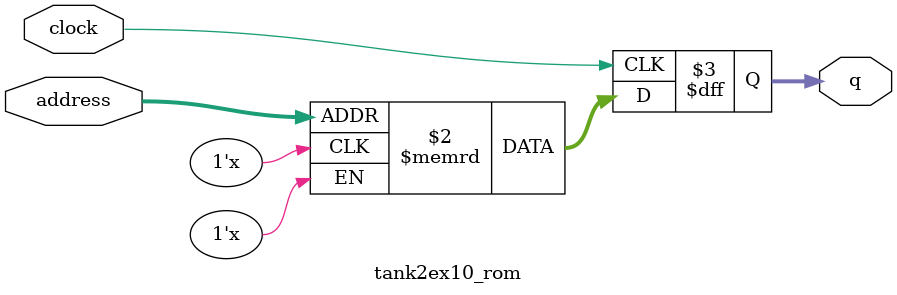
<source format=sv>
module tank2ex10_rom (
	input logic clock,
	input logic [9:0] address,
	output logic [3:0] q
);

logic [3:0] memory [0:1023] /* synthesis ram_init_file = "./tank2ex10/tank2ex10.mif" */;

always_ff @ (posedge clock) begin
	q <= memory[address];
end

endmodule

</source>
